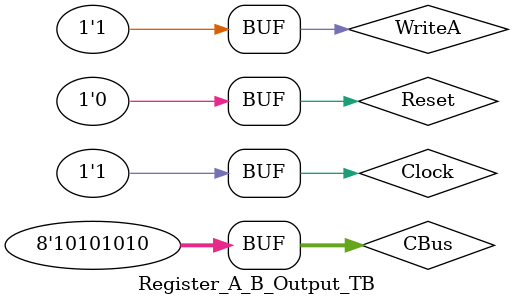
<source format=sv>
module RegisterA (CBus, WriteA, Clock, Reset, ABus);

	input WriteA, Clock, Reset; input [7:0] CBus; 
	output logic [7:0] ABus;

	always_ff @ (posedge Clock) begin
		if (Reset)
		begin
			ABus <= 8'b0;
		end
		else if (WriteA)
		begin
		ABus <= CBus;
		end
	end
endmodule 

// ---- ---- ---- ---- //

`timescale 1ns / 1ps

module Register_A_B_Output_TB ();
	
	parameter CLOCK_HALF_PERIOD = 5;
	logic WriteA, Clock, Reset; logic [7:0] CBus, ABus;
	RegisterOutput simulation (.CBus(CBus), .WriteO(WriteA), .Clock(Clock), .Reset(Reset), .DisplayValue(ABus));
	
	always begin
		Clock = 1'b0;
		#CLOCK_HALF_PERIOD;
		Clock = 1'b1;
		#CLOCK_HALF_PERIOD;
	end
	
	initial begin
		Reset = 1'b1;
		#10 
		Reset = 1'b0; 
	end
	
	initial begin
		WriteA = 1'b0; CBus = 8'b00001111;
		#10;
		WriteA = 1'b1; CBus = 8'b00001111;
		#10
		WriteA = 1'b0; CBus = 8'b00000000;
		#10;
		WriteA = 1'b1; CBus = 8'b00000000;
		#10
		WriteA = 1'b0; CBus = 8'b11111111;
		#10;
		WriteA = 1'b1; CBus = 8'b11111111;
		#10
		WriteA = 1'b0; CBus = 8'b01010101;
		#10;
		WriteA = 1'b1; CBus = 8'b01010101;
		#10
		WriteA = 1'b0; CBus = 8'b11110000;
		#10;
		WriteA = 1'b1; CBus = 8'b11110000;
		#10
		WriteA = 1'b0; CBus = 8'b10101010;
		#10;
		WriteA = 1'b1; CBus = 8'b10101010;
		#10;
	end
endmodule

</source>
